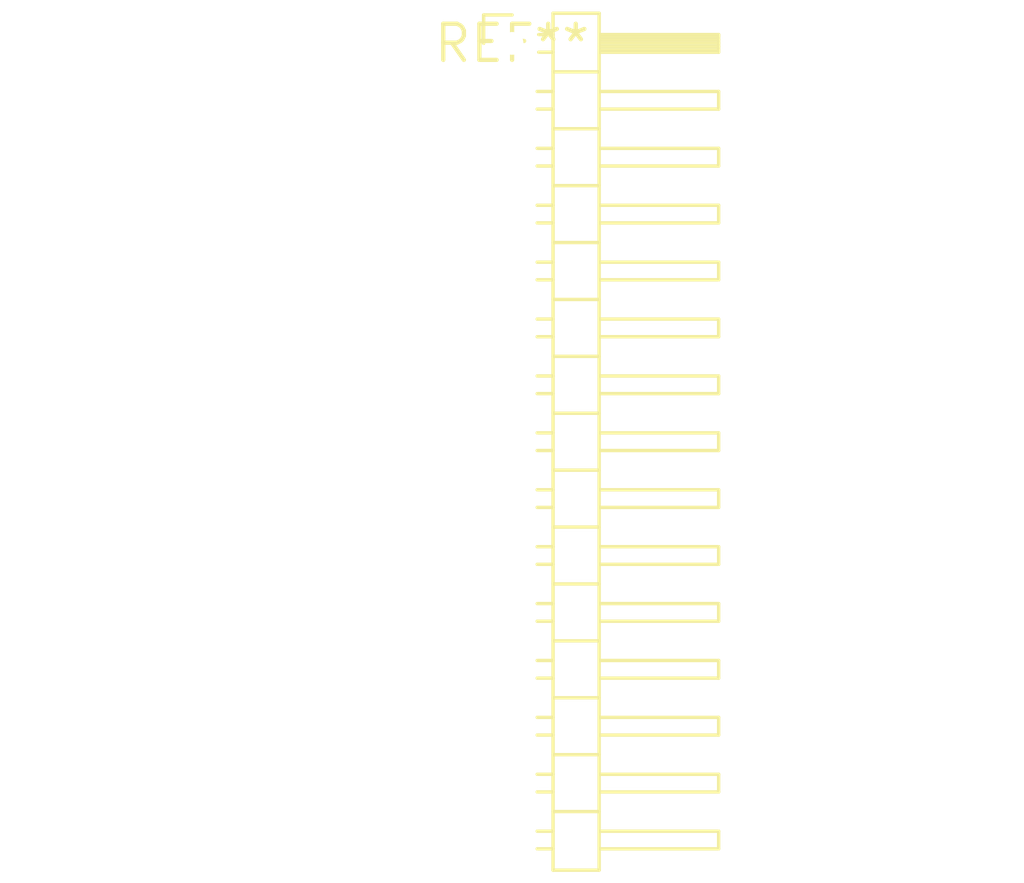
<source format=kicad_pcb>
(kicad_pcb (version 20240108) (generator pcbnew)
  (layers (0 "F.Cu" signal) (31 "B.Cu" signal) (34 "B.Paste" user) (35 "F.Paste" user) (36 "B.SilkS" user "B.Silkscreen") (37 "F.SilkS" user "F.Silkscreen") (38 "B.Mask" user) (39 "F.Mask" user) (44 "Edge.Cuts" user))
  (net 0 "")
  (footprint "PinHeader_1x15_P2.00mm_Horizontal" (layer "F.Cu") (at 0 0)
    (property "Reference" "REF**")
    (property "Value" "PinHeader_1x15_P2.00mm_Horizontal")
    (fp_line (start -1 -1) (end 0 -1) (layer "F.SilkS") (stroke (width 0.12)))
    (fp_line (start -1 0) (end -1 -1) (layer "F.SilkS") (stroke (width 0.12)))
    (fp_line (start 0.882114 1.69) (end 1.44 1.69) (layer "F.SilkS") (stroke (width 0.12)))
    (fp_line (start 0.882114 2.31) (end 1.44 2.31) (layer "F.SilkS") (stroke (width 0.12)))
    (fp_line (start 0.882114 3.69) (end 1.44 3.69) (layer "F.SilkS") (stroke (width 0.12)))
    (fp_line (start 0.882114 4.31) (end 1.44 4.31) (layer "F.SilkS") (stroke (width 0.12)))
    (fp_line (start 0.882114 5.69) (end 1.44 5.69) (layer "F.SilkS") (stroke (width 0.12)))
    (fp_line (start 0.882114 6.31) (end 1.44 6.31) (layer "F.SilkS") (stroke (width 0.12)))
    (fp_line (start 0.882114 7.69) (end 1.44 7.69) (layer "F.SilkS") (stroke (width 0.12)))
    (fp_line (start 0.882114 8.31) (end 1.44 8.31) (layer "F.SilkS") (stroke (width 0.12)))
    (fp_line (start 0.882114 9.69) (end 1.44 9.69) (layer "F.SilkS") (stroke (width 0.12)))
    (fp_line (start 0.882114 10.31) (end 1.44 10.31) (layer "F.SilkS") (stroke (width 0.12)))
    (fp_line (start 0.882114 11.69) (end 1.44 11.69) (layer "F.SilkS") (stroke (width 0.12)))
    (fp_line (start 0.882114 12.31) (end 1.44 12.31) (layer "F.SilkS") (stroke (width 0.12)))
    (fp_line (start 0.882114 13.69) (end 1.44 13.69) (layer "F.SilkS") (stroke (width 0.12)))
    (fp_line (start 0.882114 14.31) (end 1.44 14.31) (layer "F.SilkS") (stroke (width 0.12)))
    (fp_line (start 0.882114 15.69) (end 1.44 15.69) (layer "F.SilkS") (stroke (width 0.12)))
    (fp_line (start 0.882114 16.31) (end 1.44 16.31) (layer "F.SilkS") (stroke (width 0.12)))
    (fp_line (start 0.882114 17.69) (end 1.44 17.69) (layer "F.SilkS") (stroke (width 0.12)))
    (fp_line (start 0.882114 18.31) (end 1.44 18.31) (layer "F.SilkS") (stroke (width 0.12)))
    (fp_line (start 0.882114 19.69) (end 1.44 19.69) (layer "F.SilkS") (stroke (width 0.12)))
    (fp_line (start 0.882114 20.31) (end 1.44 20.31) (layer "F.SilkS") (stroke (width 0.12)))
    (fp_line (start 0.882114 21.69) (end 1.44 21.69) (layer "F.SilkS") (stroke (width 0.12)))
    (fp_line (start 0.882114 22.31) (end 1.44 22.31) (layer "F.SilkS") (stroke (width 0.12)))
    (fp_line (start 0.882114 23.69) (end 1.44 23.69) (layer "F.SilkS") (stroke (width 0.12)))
    (fp_line (start 0.882114 24.31) (end 1.44 24.31) (layer "F.SilkS") (stroke (width 0.12)))
    (fp_line (start 0.882114 25.69) (end 1.44 25.69) (layer "F.SilkS") (stroke (width 0.12)))
    (fp_line (start 0.882114 26.31) (end 1.44 26.31) (layer "F.SilkS") (stroke (width 0.12)))
    (fp_line (start 0.882114 27.69) (end 1.44 27.69) (layer "F.SilkS") (stroke (width 0.12)))
    (fp_line (start 0.882114 28.31) (end 1.44 28.31) (layer "F.SilkS") (stroke (width 0.12)))
    (fp_line (start 0.935 -0.31) (end 1.44 -0.31) (layer "F.SilkS") (stroke (width 0.12)))
    (fp_line (start 0.935 0.31) (end 1.44 0.31) (layer "F.SilkS") (stroke (width 0.12)))
    (fp_line (start 1.44 -1.06) (end 1.44 29.06) (layer "F.SilkS") (stroke (width 0.12)))
    (fp_line (start 1.44 1) (end 3.06 1) (layer "F.SilkS") (stroke (width 0.12)))
    (fp_line (start 1.44 3) (end 3.06 3) (layer "F.SilkS") (stroke (width 0.12)))
    (fp_line (start 1.44 5) (end 3.06 5) (layer "F.SilkS") (stroke (width 0.12)))
    (fp_line (start 1.44 7) (end 3.06 7) (layer "F.SilkS") (stroke (width 0.12)))
    (fp_line (start 1.44 9) (end 3.06 9) (layer "F.SilkS") (stroke (width 0.12)))
    (fp_line (start 1.44 11) (end 3.06 11) (layer "F.SilkS") (stroke (width 0.12)))
    (fp_line (start 1.44 13) (end 3.06 13) (layer "F.SilkS") (stroke (width 0.12)))
    (fp_line (start 1.44 15) (end 3.06 15) (layer "F.SilkS") (stroke (width 0.12)))
    (fp_line (start 1.44 17) (end 3.06 17) (layer "F.SilkS") (stroke (width 0.12)))
    (fp_line (start 1.44 19) (end 3.06 19) (layer "F.SilkS") (stroke (width 0.12)))
    (fp_line (start 1.44 21) (end 3.06 21) (layer "F.SilkS") (stroke (width 0.12)))
    (fp_line (start 1.44 23) (end 3.06 23) (layer "F.SilkS") (stroke (width 0.12)))
    (fp_line (start 1.44 25) (end 3.06 25) (layer "F.SilkS") (stroke (width 0.12)))
    (fp_line (start 1.44 27) (end 3.06 27) (layer "F.SilkS") (stroke (width 0.12)))
    (fp_line (start 1.44 29.06) (end 3.06 29.06) (layer "F.SilkS") (stroke (width 0.12)))
    (fp_line (start 3.06 -1.06) (end 1.44 -1.06) (layer "F.SilkS") (stroke (width 0.12)))
    (fp_line (start 3.06 -0.31) (end 7.26 -0.31) (layer "F.SilkS") (stroke (width 0.12)))
    (fp_line (start 3.06 -0.25) (end 7.26 -0.25) (layer "F.SilkS") (stroke (width 0.12)))
    (fp_line (start 3.06 -0.13) (end 7.26 -0.13) (layer "F.SilkS") (stroke (width 0.12)))
    (fp_line (start 3.06 -0.01) (end 7.26 -0.01) (layer "F.SilkS") (stroke (width 0.12)))
    (fp_line (start 3.06 0.11) (end 7.26 0.11) (layer "F.SilkS") (stroke (width 0.12)))
    (fp_line (start 3.06 0.23) (end 7.26 0.23) (layer "F.SilkS") (stroke (width 0.12)))
    (fp_line (start 3.06 1.69) (end 7.26 1.69) (layer "F.SilkS") (stroke (width 0.12)))
    (fp_line (start 3.06 3.69) (end 7.26 3.69) (layer "F.SilkS") (stroke (width 0.12)))
    (fp_line (start 3.06 5.69) (end 7.26 5.69) (layer "F.SilkS") (stroke (width 0.12)))
    (fp_line (start 3.06 7.69) (end 7.26 7.69) (layer "F.SilkS") (stroke (width 0.12)))
    (fp_line (start 3.06 9.69) (end 7.26 9.69) (layer "F.SilkS") (stroke (width 0.12)))
    (fp_line (start 3.06 11.69) (end 7.26 11.69) (layer "F.SilkS") (stroke (width 0.12)))
    (fp_line (start 3.06 13.69) (end 7.26 13.69) (layer "F.SilkS") (stroke (width 0.12)))
    (fp_line (start 3.06 15.69) (end 7.26 15.69) (layer "F.SilkS") (stroke (width 0.12)))
    (fp_line (start 3.06 17.69) (end 7.26 17.69) (layer "F.SilkS") (stroke (width 0.12)))
    (fp_line (start 3.06 19.69) (end 7.26 19.69) (layer "F.SilkS") (stroke (width 0.12)))
    (fp_line (start 3.06 21.69) (end 7.26 21.69) (layer "F.SilkS") (stroke (width 0.12)))
    (fp_line (start 3.06 23.69) (end 7.26 23.69) (layer "F.SilkS") (stroke (width 0.12)))
    (fp_line (start 3.06 25.69) (end 7.26 25.69) (layer "F.SilkS") (stroke (width 0.12)))
    (fp_line (start 3.06 27.69) (end 7.26 27.69) (layer "F.SilkS") (stroke (width 0.12)))
    (fp_line (start 3.06 29.06) (end 3.06 -1.06) (layer "F.SilkS") (stroke (width 0.12)))
    (fp_line (start 7.26 -0.31) (end 7.26 0.31) (layer "F.SilkS") (stroke (width 0.12)))
    (fp_line (start 7.26 0.31) (end 3.06 0.31) (layer "F.SilkS") (stroke (width 0.12)))
    (fp_line (start 7.26 1.69) (end 7.26 2.31) (layer "F.SilkS") (stroke (width 0.12)))
    (fp_line (start 7.26 2.31) (end 3.06 2.31) (layer "F.SilkS") (stroke (width 0.12)))
    (fp_line (start 7.26 3.69) (end 7.26 4.31) (layer "F.SilkS") (stroke (width 0.12)))
    (fp_line (start 7.26 4.31) (end 3.06 4.31) (layer "F.SilkS") (stroke (width 0.12)))
    (fp_line (start 7.26 5.69) (end 7.26 6.31) (layer "F.SilkS") (stroke (width 0.12)))
    (fp_line (start 7.26 6.31) (end 3.06 6.31) (layer "F.SilkS") (stroke (width 0.12)))
    (fp_line (start 7.26 7.69) (end 7.26 8.31) (layer "F.SilkS") (stroke (width 0.12)))
    (fp_line (start 7.26 8.31) (end 3.06 8.31) (layer "F.SilkS") (stroke (width 0.12)))
    (fp_line (start 7.26 9.69) (end 7.26 10.31) (layer "F.SilkS") (stroke (width 0.12)))
    (fp_line (start 7.26 10.31) (end 3.06 10.31) (layer "F.SilkS") (stroke (width 0.12)))
    (fp_line (start 7.26 11.69) (end 7.26 12.31) (layer "F.SilkS") (stroke (width 0.12)))
    (fp_line (start 7.26 12.31) (end 3.06 12.31) (layer "F.SilkS") (stroke (width 0.12)))
    (fp_line (start 7.26 13.69) (end 7.26 14.31) (layer "F.SilkS") (stroke (width 0.12)))
    (fp_line (start 7.26 14.31) (end 3.06 14.31) (layer "F.SilkS") (stroke (width 0.12)))
    (fp_line (start 7.26 15.69) (end 7.26 16.31) (layer "F.SilkS") (stroke (width 0.12)))
    (fp_line (start 7.26 16.31) (end 3.06 16.31) (layer "F.SilkS") (stroke (width 0.12)))
    (fp_line (start 7.26 17.69) (end 7.26 18.31) (layer "F.SilkS") (stroke (width 0.12)))
    (fp_line (start 7.26 18.31) (end 3.06 18.31) (layer "F.SilkS") (stroke (width 0.12)))
    (fp_line (start 7.26 19.69) (end 7.26 20.31) (layer "F.SilkS") (stroke (width 0.12)))
    (fp_line (start 7.26 20.31) (end 3.06 20.31) (layer "F.SilkS") (stroke (width 0.12)))
    (fp_line (start 7.26 21.69) (end 7.26 22.31) (layer "F.SilkS") (stroke (width 0.12)))
    (fp_line (start 7.26 22.31) (end 3.06 22.31) (layer "F.SilkS") (stroke (width 0.12)))
    (fp_line (start 7.26 23.69) (end 7.26 24.31) (layer "F.SilkS") (stroke (width 0.12)))
    (fp_line (start 7.26 24.31) (end 3.06 24.31) (layer "F.SilkS") (stroke (width 0.12)))
    (fp_line (start 7.26 25.69) (end 7.26 26.31) (layer "F.SilkS") (stroke (width 0.12)))
    (fp_line (start 7.26 26.31) (end 3.06 26.31) (layer "F.SilkS") (stroke (width 0.12)))
    (fp_line (start 7.26 27.69) (end 7.26 28.31) (layer "F.SilkS") (stroke (width 0.12)))
    (fp_line (start 7.26 28.31) (end 3.06 28.31) (layer "F.SilkS") (stroke (width 0.12)))
    (pad "1" thru_hole rect (at 0 0) (size 1.35 1.35) (drill 0.8) (layers *.Cu *.Mask) (remove_unused_layers))
    (pad "2" thru_hole oval (at 0 2) (size 1.35 1.35) (drill 0.8) (layers *.Cu *.Mask) (remove_unused_layers))
    (pad "3" thru_hole oval (at 0 4) (size 1.35 1.35) (drill 0.8) (layers *.Cu *.Mask) (remove_unused_layers))
    (pad "4" thru_hole oval (at 0 6) (size 1.35 1.35) (drill 0.8) (layers *.Cu *.Mask) (remove_unused_layers))
    (pad "5" thru_hole oval (at 0 8) (size 1.35 1.35) (drill 0.8) (layers *.Cu *.Mask) (remove_unused_layers))
    (pad "6" thru_hole oval (at 0 10) (size 1.35 1.35) (drill 0.8) (layers *.Cu *.Mask) (remove_unused_layers))
    (pad "7" thru_hole oval (at 0 12) (size 1.35 1.35) (drill 0.8) (layers *.Cu *.Mask) (remove_unused_layers))
    (pad "8" thru_hole oval (at 0 14) (size 1.35 1.35) (drill 0.8) (layers *.Cu *.Mask) (remove_unused_layers))
    (pad "9" thru_hole oval (at 0 16) (size 1.35 1.35) (drill 0.8) (layers *.Cu *.Mask) (remove_unused_layers))
    (pad "10" thru_hole oval (at 0 18) (size 1.35 1.35) (drill 0.8) (layers *.Cu *.Mask) (remove_unused_layers))
    (pad "11" thru_hole oval (at 0 20) (size 1.35 1.35) (drill 0.8) (layers *.Cu *.Mask) (remove_unused_layers))
    (pad "12" thru_hole oval (at 0 22) (size 1.35 1.35) (drill 0.8) (layers *.Cu *.Mask) (remove_unused_layers))
    (pad "13" thru_hole oval (at 0 24) (size 1.35 1.35) (drill 0.8) (layers *.Cu *.Mask) (remove_unused_layers))
    (pad "14" thru_hole oval (at 0 26) (size 1.35 1.35) (drill 0.8) (layers *.Cu *.Mask) (remove_unused_layers))
    (pad "15" thru_hole oval (at 0 28) (size 1.35 1.35) (drill 0.8) (layers *.Cu *.Mask) (remove_unused_layers))
  )
)
</source>
